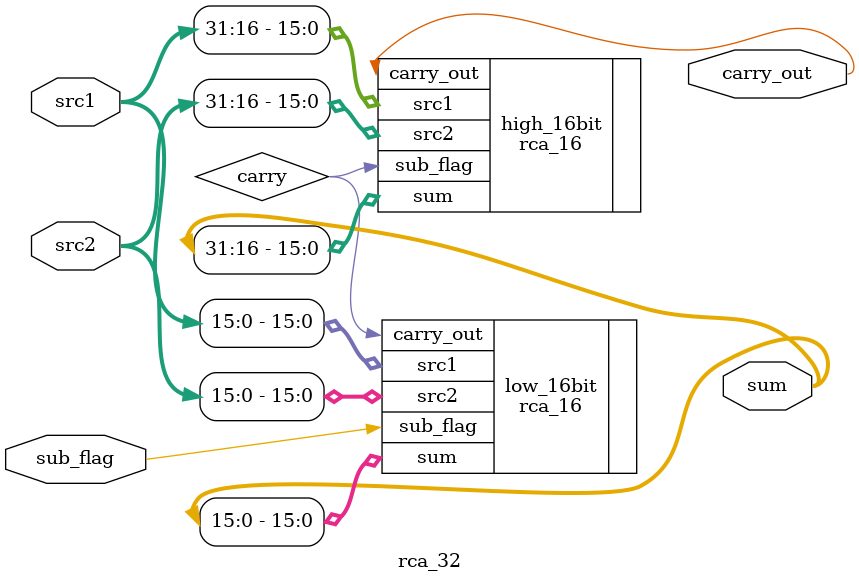
<source format=v>
module rca_32(
    input [31:0] src1,
    input [31:0] src2,
    input sub_flag,
    output [31:0] sum,
    output carry_out
);

    wire carry;

    rca_16 low_16bit(
        .src1       (src1[15:0]),
        .src2       (src2[15:0]),
        .sub_flag   (sub_flag),
        .sum        (sum[15:0]),
        .carry_out  (carry)
    );

    rca_16 high_16bit(
        .src1       (src1[31:16]),
        .src2       (src2[31:16]),
        .sub_flag   (carry),
        .sum        (sum[31:16]),
        .carry_out  (carry_out)
    );
endmodule
</source>
